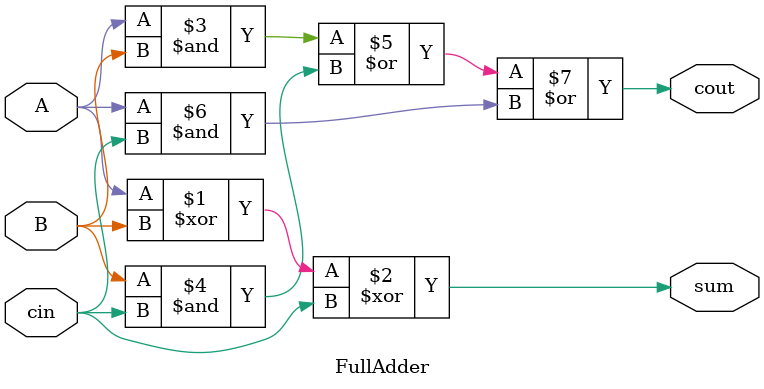
<source format=v>
module FullAdder(
    input A,B,cin,
    output sum, cout
    );

    assign sum = A ^ B ^ cin;
    assign cout = A & B | B & cin | A & cin;
endmodule
</source>
